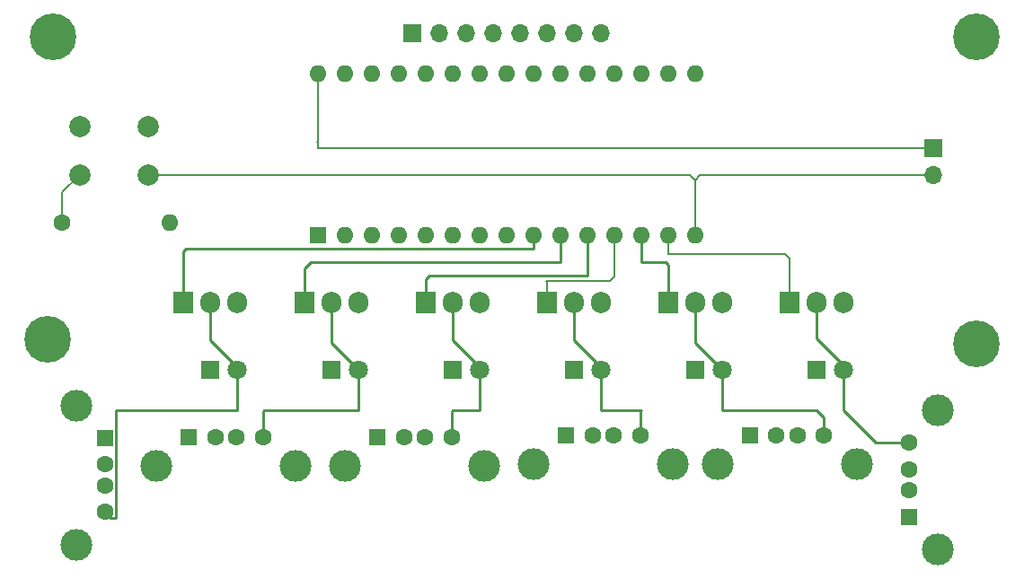
<source format=gbr>
%TF.GenerationSoftware,KiCad,Pcbnew,9.0.0*%
%TF.CreationDate,2025-03-19T10:55:42+10:00*%
%TF.ProjectId,ngmarquee.kicad_pcb_to220_usb_switch_1.0,6e676d61-7271-4756-9565-2e6b69636164,rev?*%
%TF.SameCoordinates,Original*%
%TF.FileFunction,Copper,L1,Top*%
%TF.FilePolarity,Positive*%
%FSLAX46Y46*%
G04 Gerber Fmt 4.6, Leading zero omitted, Abs format (unit mm)*
G04 Created by KiCad (PCBNEW 9.0.0) date 2025-03-19 10:55:42*
%MOMM*%
%LPD*%
G01*
G04 APERTURE LIST*
%TA.AperFunction,ComponentPad*%
%ADD10R,1.600000X1.500000*%
%TD*%
%TA.AperFunction,ComponentPad*%
%ADD11C,1.600000*%
%TD*%
%TA.AperFunction,ComponentPad*%
%ADD12C,3.000000*%
%TD*%
%TA.AperFunction,ComponentPad*%
%ADD13R,1.500000X1.600000*%
%TD*%
%TA.AperFunction,ComponentPad*%
%ADD14C,2.000000*%
%TD*%
%TA.AperFunction,ComponentPad*%
%ADD15O,1.600000X1.600000*%
%TD*%
%TA.AperFunction,ComponentPad*%
%ADD16R,1.800000X1.800000*%
%TD*%
%TA.AperFunction,ComponentPad*%
%ADD17C,1.800000*%
%TD*%
%TA.AperFunction,ComponentPad*%
%ADD18C,4.400000*%
%TD*%
%TA.AperFunction,ComponentPad*%
%ADD19R,1.905000X2.000000*%
%TD*%
%TA.AperFunction,ComponentPad*%
%ADD20O,1.905000X2.000000*%
%TD*%
%TA.AperFunction,ComponentPad*%
%ADD21R,1.600000X1.600000*%
%TD*%
%TA.AperFunction,ComponentPad*%
%ADD22R,1.700000X1.700000*%
%TD*%
%TA.AperFunction,ComponentPad*%
%ADD23O,1.700000X1.700000*%
%TD*%
%TA.AperFunction,Conductor*%
%ADD24C,0.250000*%
%TD*%
%TA.AperFunction,Conductor*%
%ADD25C,0.200000*%
%TD*%
G04 APERTURE END LIST*
D10*
%TO.P,CN4,1*%
%TO.N,N/C*%
X133880000Y-100160000D03*
D11*
%TO.P,CN4,2*%
X136380000Y-100160000D03*
%TO.P,CN4,3*%
X138380000Y-100160000D03*
%TO.P,CN4,4*%
X140880000Y-100160000D03*
D12*
%TO.P,CN4,5*%
X130810000Y-102870000D03*
X143950000Y-102870000D03*
%TD*%
D13*
%TO.P,CN6,1*%
%TO.N,N/C*%
X166200000Y-107860000D03*
D11*
%TO.P,CN6,2*%
X166200000Y-105360000D03*
%TO.P,CN6,3*%
X166200000Y-103360000D03*
%TO.P,CN6,4*%
X166200000Y-100860000D03*
D12*
%TO.P,CN6,5*%
X168910000Y-110930000D03*
X168910000Y-97790000D03*
%TD*%
D14*
%TO.P,REF\u002A\u002A,1*%
%TO.N,N/C*%
X88040000Y-71090000D03*
X94540000Y-71090000D03*
%TO.P,REF\u002A\u002A,2*%
X88040000Y-75590000D03*
X94540000Y-75590000D03*
%TD*%
D11*
%TO.P,R1,1*%
%TO.N,N/C*%
X86380000Y-80090000D03*
D15*
%TO.P,R1,2*%
X96540000Y-80090000D03*
%TD*%
D16*
%TO.P,D1,1*%
%TO.N,N/C*%
X100330000Y-93980000D03*
D17*
%TO.P,D1,2*%
X102870000Y-93980000D03*
%TD*%
D18*
%TO.P,REF\u002A\u002A,1*%
%TO.N,N/C*%
X172540000Y-91590000D03*
%TD*%
D16*
%TO.P,D6,1*%
%TO.N,N/C*%
X157480000Y-93980000D03*
D17*
%TO.P,D6,2*%
X160020000Y-93980000D03*
%TD*%
D16*
%TO.P,D5,1*%
%TO.N,N/C*%
X146050000Y-93980000D03*
D17*
%TO.P,D5,2*%
X148590000Y-93980000D03*
%TD*%
D18*
%TO.P,REF\u002A\u002A,1*%
%TO.N,N/C*%
X172540000Y-62590000D03*
%TD*%
D10*
%TO.P,CN3,1*%
%TO.N,N/C*%
X116100000Y-100330000D03*
D11*
%TO.P,CN3,2*%
X118600000Y-100330000D03*
%TO.P,CN3,3*%
X120600000Y-100330000D03*
%TO.P,CN3,4*%
X123100000Y-100330000D03*
D12*
%TO.P,CN3,5*%
X113030000Y-103040000D03*
X126170000Y-103040000D03*
%TD*%
D19*
%TO.P,Q6,1*%
%TO.N,N/C*%
X154940000Y-87630000D03*
D20*
%TO.P,Q6,2*%
X157480000Y-87630000D03*
%TO.P,Q6,3*%
X160020000Y-87630000D03*
%TD*%
D13*
%TO.P,CN1,1*%
%TO.N,N/C*%
X90450000Y-100420000D03*
D11*
%TO.P,CN1,2*%
X90450000Y-102920000D03*
%TO.P,CN1,3*%
X90450000Y-104920000D03*
%TO.P,CN1,4*%
X90450000Y-107420000D03*
D12*
%TO.P,CN1,5*%
X87740000Y-97350000D03*
X87740000Y-110490000D03*
%TD*%
D19*
%TO.P,Q2,1*%
%TO.N,N/C*%
X109220000Y-87630000D03*
D20*
%TO.P,Q2,2*%
X111760000Y-87630000D03*
%TO.P,Q2,3*%
X114300000Y-87630000D03*
%TD*%
D16*
%TO.P,D4,1*%
%TO.N,N/C*%
X134620000Y-93980000D03*
D17*
%TO.P,D4,2*%
X137160000Y-93980000D03*
%TD*%
D16*
%TO.P,D3,1*%
%TO.N,N/C*%
X123190000Y-93980000D03*
D17*
%TO.P,D3,2*%
X125730000Y-93980000D03*
%TD*%
D19*
%TO.P,Q5,1*%
%TO.N,N/C*%
X143510000Y-87630000D03*
D20*
%TO.P,Q5,2*%
X146050000Y-87630000D03*
%TO.P,Q5,3*%
X148590000Y-87630000D03*
%TD*%
D18*
%TO.P,REF\u002A\u002A,1*%
%TO.N,N/C*%
X85040000Y-91090000D03*
%TD*%
%TO.P,REF\u002A\u002A,1*%
%TO.N,N/C*%
X85540000Y-62590000D03*
%TD*%
D19*
%TO.P,Q4,1*%
%TO.N,N/C*%
X132080000Y-87630000D03*
D20*
%TO.P,Q4,2*%
X134620000Y-87630000D03*
%TO.P,Q4,3*%
X137160000Y-87630000D03*
%TD*%
D10*
%TO.P,CN2,1*%
%TO.N,N/C*%
X98320000Y-100330000D03*
D11*
%TO.P,CN2,2*%
X100820000Y-100330000D03*
%TO.P,CN2,3*%
X102820000Y-100330000D03*
%TO.P,CN2,4*%
X105320000Y-100330000D03*
D12*
%TO.P,CN2,5*%
X95250000Y-103040000D03*
X108390000Y-103040000D03*
%TD*%
D10*
%TO.P,CN5,1*%
%TO.N,N/C*%
X151220000Y-100160000D03*
D11*
%TO.P,CN5,2*%
X153720000Y-100160000D03*
%TO.P,CN5,3*%
X155720000Y-100160000D03*
%TO.P,CN5,4*%
X158220000Y-100160000D03*
D12*
%TO.P,CN5,5*%
X148150000Y-102870000D03*
X161290000Y-102870000D03*
%TD*%
D19*
%TO.P,Q3,1*%
%TO.N,N/C*%
X120650000Y-87630000D03*
D20*
%TO.P,Q3,2*%
X123190000Y-87630000D03*
%TO.P,Q3,3*%
X125730000Y-87630000D03*
%TD*%
D19*
%TO.P,Q1,1*%
%TO.N,N/C*%
X97790000Y-87630000D03*
D20*
%TO.P,Q1,2*%
X100330000Y-87630000D03*
%TO.P,Q1,3*%
X102870000Y-87630000D03*
%TD*%
D15*
%TO.P,A1,3V3 Out*%
%TO.N,N/C*%
X143510000Y-66040000D03*
%TO.P,A1,5V Out*%
X118110000Y-66040000D03*
%TO.P,A1,A0*%
X138430000Y-66040000D03*
%TO.P,A1,A1*%
X135890000Y-66040000D03*
%TO.P,A1,A2*%
X133350000Y-66040000D03*
%TO.P,A1,A3*%
X130810000Y-66040000D03*
%TO.P,A1,A4*%
X128270000Y-66040000D03*
%TO.P,A1,A5*%
X125730000Y-66040000D03*
%TO.P,A1,A6*%
X123190000Y-66040000D03*
%TO.P,A1,A7*%
X120650000Y-66040000D03*
%TO.P,A1,D2*%
X120650000Y-81280000D03*
%TO.P,A1,D3*%
X123190000Y-81280000D03*
%TO.P,A1,D4*%
X125730000Y-81280000D03*
%TO.P,A1,D5*%
X128270000Y-81280000D03*
%TO.P,A1,D6*%
X130810000Y-81280000D03*
%TO.P,A1,D7*%
X133350000Y-81280000D03*
%TO.P,A1,D8*%
X135890000Y-81280000D03*
%TO.P,A1,D9*%
X138430000Y-81280000D03*
%TO.P,A1,D10*%
X140970000Y-81280000D03*
%TO.P,A1,D11*%
X143510000Y-81280000D03*
%TO.P,A1,D12*%
X146050000Y-81280000D03*
%TO.P,A1,D13*%
X146050000Y-66040000D03*
%TO.P,A1,GND*%
X118110000Y-81280000D03*
X113030000Y-66040000D03*
%TO.P,A1,REF*%
X140970000Y-66040000D03*
%TO.P,A1,RST*%
X115570000Y-81280000D03*
X115570000Y-66040000D03*
%TO.P,A1,RX0*%
X113030000Y-81280000D03*
D21*
%TO.P,A1,TX1*%
X110490000Y-81280000D03*
D15*
%TO.P,A1,Vin*%
X110490000Y-66040000D03*
%TD*%
D22*
%TO.P,REF\u002A\u002A,1*%
%TO.N,N/C*%
X168540000Y-73090000D03*
D23*
%TO.P,REF\u002A\u002A,2*%
X168540000Y-75630000D03*
%TD*%
D22*
%TO.P,J1,1*%
%TO.N,N/C*%
X119380000Y-62230000D03*
D23*
%TO.P,J1,2*%
X121920000Y-62230000D03*
%TO.P,J1,3*%
X124460000Y-62230000D03*
%TO.P,J1,4*%
X127000000Y-62230000D03*
%TO.P,J1,5*%
X129540000Y-62230000D03*
%TO.P,J1,6*%
X132080000Y-62230000D03*
%TO.P,J1,7*%
X134620000Y-62230000D03*
%TO.P,J1,8*%
X137160000Y-62230000D03*
%TD*%
D16*
%TO.P,D2,1*%
%TO.N,N/C*%
X111760000Y-93980000D03*
D17*
%TO.P,D2,2*%
X114300000Y-93980000D03*
%TD*%
D24*
%TO.N,*%
X123190000Y-97790000D02*
X123100000Y-97880000D01*
D25*
X86380000Y-77250000D02*
X86380000Y-80090000D01*
X143540000Y-83090000D02*
X154540000Y-83090000D01*
D24*
X133350000Y-81280000D02*
X133350000Y-83820000D01*
X100330000Y-91220000D02*
X100330000Y-87630000D01*
D25*
X146050000Y-76100000D02*
X146050000Y-81280000D01*
D24*
X111760000Y-91440000D02*
X111760000Y-87630000D01*
D25*
X138430000Y-85200000D02*
X138040000Y-85590000D01*
D24*
X114300000Y-93980000D02*
X114300000Y-97790000D01*
X143510000Y-84120000D02*
X143510000Y-87630000D01*
X102870000Y-93980000D02*
X102870000Y-97790000D01*
X140970000Y-83820000D02*
X143270000Y-83820000D01*
X148590000Y-97790000D02*
X157480000Y-97790000D01*
D25*
X110390000Y-72490000D02*
X110490000Y-72590000D01*
D24*
X123190000Y-91240000D02*
X123190000Y-87630000D01*
X102870000Y-93760000D02*
X100330000Y-91220000D01*
X105320000Y-97880000D02*
X105320000Y-100330000D01*
X97790000Y-82840000D02*
X97790000Y-87630000D01*
X125730000Y-93980000D02*
X125730000Y-93780000D01*
X130810000Y-81280000D02*
X130810000Y-82550000D01*
X135890000Y-85090000D02*
X135890000Y-81280000D01*
D25*
X168540000Y-73090000D02*
X110540000Y-73090000D01*
D24*
X102870000Y-93980000D02*
X102870000Y-93760000D01*
D25*
X138040000Y-85590000D02*
X132040000Y-85590000D01*
D24*
X134620000Y-91170000D02*
X134620000Y-87630000D01*
D25*
X143510000Y-81280000D02*
X143510000Y-83060000D01*
D24*
X98080000Y-82550000D02*
X97790000Y-82840000D01*
D25*
X132040000Y-85590000D02*
X132080000Y-85630000D01*
D24*
X146050000Y-91440000D02*
X146050000Y-87630000D01*
X102870000Y-97790000D02*
X91440000Y-97790000D01*
D25*
X110490000Y-73040000D02*
X110490000Y-72590000D01*
D24*
X120650000Y-85480000D02*
X120650000Y-87630000D01*
X109220000Y-84410000D02*
X109220000Y-87630000D01*
X137160000Y-93980000D02*
X137160000Y-97790000D01*
D25*
X154540000Y-83090000D02*
X154940000Y-83490000D01*
D24*
X109810000Y-83820000D02*
X109220000Y-84410000D01*
X125730000Y-93780000D02*
X123190000Y-91240000D01*
D25*
X146520000Y-75630000D02*
X146050000Y-76100000D01*
D24*
X143270000Y-83820000D02*
X143540000Y-84090000D01*
X140970000Y-97790000D02*
X140880000Y-97880000D01*
D25*
X110540000Y-73090000D02*
X110490000Y-73040000D01*
X88040000Y-75590000D02*
X86380000Y-77250000D01*
D24*
X114300000Y-97790000D02*
X105410000Y-97790000D01*
D25*
X145540000Y-75590000D02*
X146050000Y-76100000D01*
D24*
X137160000Y-97790000D02*
X140970000Y-97790000D01*
X125730000Y-97790000D02*
X123190000Y-97790000D01*
D25*
X132080000Y-85630000D02*
X132080000Y-87630000D01*
X168540000Y-75630000D02*
X146520000Y-75630000D01*
D24*
X160020000Y-93980000D02*
X160020000Y-97790000D01*
X148590000Y-93980000D02*
X148590000Y-97790000D01*
X157480000Y-91030000D02*
X157480000Y-87630000D01*
X105410000Y-97790000D02*
X105320000Y-97880000D01*
X140970000Y-81280000D02*
X140970000Y-83820000D01*
X90980000Y-107950000D02*
X90450000Y-107420000D01*
X135890000Y-85090000D02*
X121040000Y-85090000D01*
X91440000Y-107950000D02*
X90980000Y-107950000D01*
X114300000Y-93980000D02*
X111760000Y-91440000D01*
D25*
X110490000Y-72590000D02*
X110490000Y-66040000D01*
D24*
X143540000Y-84090000D02*
X143510000Y-84120000D01*
X100040000Y-87920000D02*
X100330000Y-87630000D01*
X137160000Y-93980000D02*
X137160000Y-93710000D01*
X160020000Y-97790000D02*
X163090000Y-100860000D01*
X137160000Y-93710000D02*
X134620000Y-91170000D01*
X148590000Y-93980000D02*
X146050000Y-91440000D01*
D25*
X94540000Y-75590000D02*
X145540000Y-75590000D01*
D24*
X140880000Y-97880000D02*
X140880000Y-100160000D01*
X130810000Y-82550000D02*
X98080000Y-82550000D01*
X133350000Y-83820000D02*
X109810000Y-83820000D01*
D25*
X138430000Y-81280000D02*
X138430000Y-85200000D01*
D24*
X160020000Y-93980000D02*
X160020000Y-93570000D01*
X160020000Y-93570000D02*
X157480000Y-91030000D01*
D25*
X143510000Y-83060000D02*
X143540000Y-83090000D01*
D24*
X91440000Y-97790000D02*
X91440000Y-107950000D01*
X125730000Y-93980000D02*
X125730000Y-97790000D01*
X123100000Y-97880000D02*
X123100000Y-100330000D01*
D25*
X154940000Y-83490000D02*
X154940000Y-87630000D01*
D24*
X163090000Y-100860000D02*
X166200000Y-100860000D01*
X121040000Y-85090000D02*
X120650000Y-85480000D01*
X157480000Y-97790000D02*
X158220000Y-98530000D01*
X158220000Y-98530000D02*
X158220000Y-100160000D01*
%TD*%
M02*

</source>
